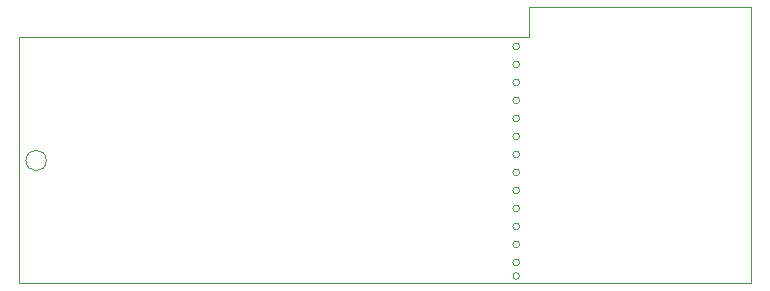
<source format=gbr>
G04 #@! TF.GenerationSoftware,KiCad,Pcbnew,(5.1.5)-3*
G04 #@! TF.CreationDate,2020-02-17T19:32:57-05:00*
G04 #@! TF.ProjectId,PicoTrackerWSPR1Rev6,5069636f-5472-4616-936b-657257535052,rev?*
G04 #@! TF.SameCoordinates,Original*
G04 #@! TF.FileFunction,Profile,NP*
%FSLAX46Y46*%
G04 Gerber Fmt 4.6, Leading zero omitted, Abs format (unit mm)*
G04 Created by KiCad (PCBNEW (5.1.5)-3) date 2020-02-17 19:32:57*
%MOMM*%
%LPD*%
G04 APERTURE LIST*
%ADD10C,0.100000*%
G04 APERTURE END LIST*
D10*
X120396000Y-69088000D02*
X118364000Y-69088000D01*
X120396000Y-66548000D02*
X120396000Y-69088000D01*
X77216000Y-69088000D02*
X118364000Y-69088000D01*
X139192000Y-66548000D02*
X120396000Y-66548000D01*
X139192000Y-89916000D02*
X139192000Y-66548000D01*
X118364000Y-89916000D02*
X139192000Y-89916000D01*
X77216000Y-89916000D02*
X118364000Y-89916000D01*
X77216000Y-69088000D02*
X77216000Y-89916000D01*
X79540193Y-79502000D02*
G75*
G03X79540193Y-79502000I-863693J0D01*
G01*
X119600481Y-89281000D02*
G75*
G03X119600481Y-89281000I-283981J0D01*
G01*
X119600481Y-88138000D02*
G75*
G03X119600481Y-88138000I-283981J0D01*
G01*
X119600481Y-86614000D02*
G75*
G03X119600481Y-86614000I-283981J0D01*
G01*
X119600481Y-69850000D02*
G75*
G03X119600481Y-69850000I-283981J0D01*
G01*
X119600481Y-71374000D02*
G75*
G03X119600481Y-71374000I-283981J0D01*
G01*
X119600481Y-72898000D02*
G75*
G03X119600481Y-72898000I-283981J0D01*
G01*
X119600481Y-74422000D02*
G75*
G03X119600481Y-74422000I-283981J0D01*
G01*
X119600481Y-75946000D02*
G75*
G03X119600481Y-75946000I-283981J0D01*
G01*
X119600481Y-77470000D02*
G75*
G03X119600481Y-77470000I-283981J0D01*
G01*
X119600481Y-85090000D02*
G75*
G03X119600481Y-85090000I-283981J0D01*
G01*
X119600481Y-83566000D02*
G75*
G03X119600481Y-83566000I-283981J0D01*
G01*
X119600481Y-82042000D02*
G75*
G03X119600481Y-82042000I-283981J0D01*
G01*
X119600481Y-80518000D02*
G75*
G03X119600481Y-80518000I-283981J0D01*
G01*
X119600481Y-78994000D02*
G75*
G03X119600481Y-78994000I-283981J0D01*
G01*
M02*

</source>
